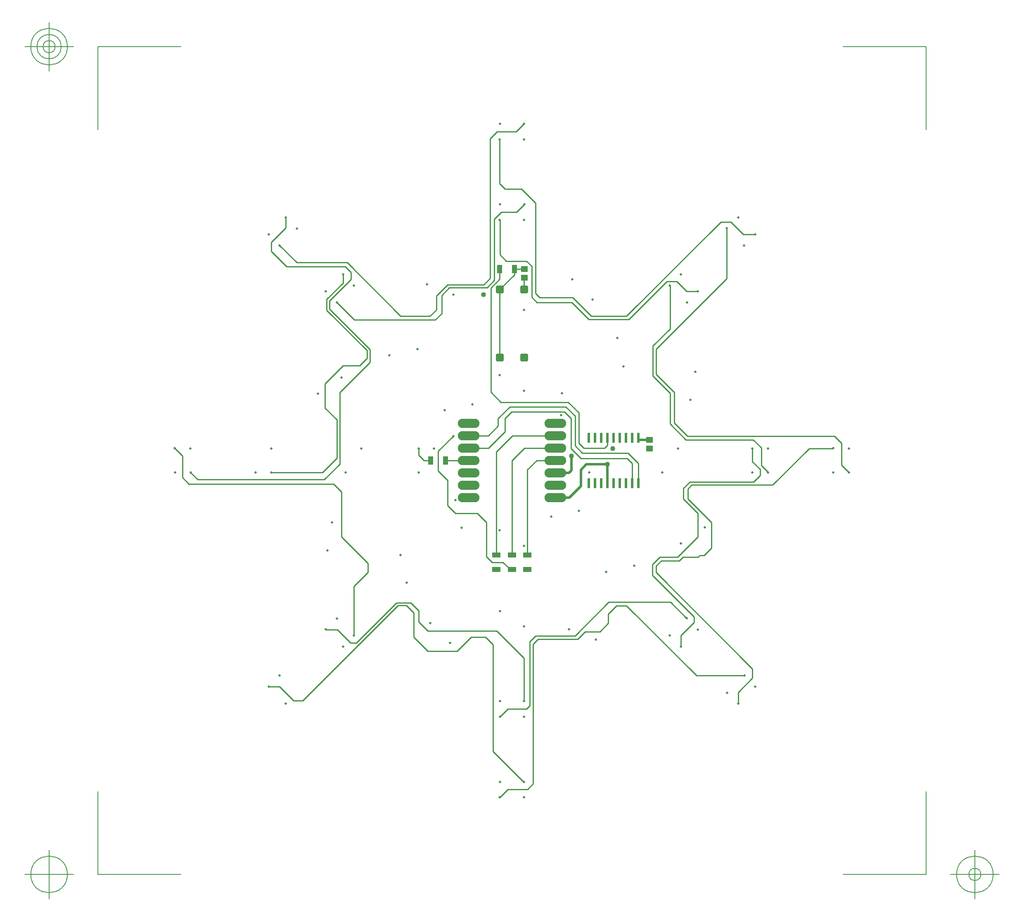
<source format=gbr>
G04 Generated by Ultiboard 14.1 *
%FSLAX24Y24*%
%MOIN*%

%ADD10C,0.0001*%
%ADD11C,0.0200*%
%ADD12C,0.0100*%
%ADD13C,0.0050*%
%ADD14C,0.0200*%
%ADD15C,0.0400*%
%ADD16O,0.1750X0.0750*%
%ADD17R,0.0236X0.0787*%
%ADD18R,0.0571X0.0453*%
%ADD19R,0.0689X0.0413*%
%ADD20R,0.0413X0.0689*%
%ADD21R,0.0430X0.0430*%


G04 ColorRGB 1C1C1C for the following layer *
%LNCopper Bottom*%
%LPD*%
G54D10*
G54D11*
X41040Y31509D02*
X41040Y33030D01*
X38900Y32580D02*
X39350Y33030D01*
X41040Y33030D01*
X37970Y30340D02*
X38900Y31270D01*
X38900Y32580D01*
X36830Y30340D02*
X37970Y30340D01*
X36830Y32340D02*
X37920Y32340D01*
X38130Y32550D01*
X38130Y33700D01*
X44440Y35006D02*
X43599Y35006D01*
G54D12*
X34310Y47155D02*
X34310Y48086D01*
X34320Y48096D01*
X13900Y32370D02*
X18040Y32370D01*
X19200Y33530D01*
X19200Y36620D01*
X18240Y37580D01*
X18240Y39550D01*
X19700Y41010D01*
X21020Y41010D01*
X19196Y46102D02*
X19208Y46102D01*
X20610Y44700D01*
X27150Y44700D01*
X27660Y45210D01*
X33700Y53400D02*
X34320Y54020D01*
X32360Y52770D02*
X32360Y49960D01*
X32870Y49450D01*
X34510Y49450D01*
X34920Y49040D01*
X47444Y46986D02*
X48348Y46986D01*
X54000Y32370D02*
X54000Y32390D01*
X53460Y32930D01*
X46085Y36305D02*
X46085Y38775D01*
X52750Y34310D02*
X52750Y33240D01*
X53360Y32630D01*
X47180Y31100D02*
X47180Y30220D01*
X48330Y29070D01*
X46976Y18312D02*
X46976Y19186D01*
X32990Y13280D02*
X32360Y12650D01*
X34300Y13900D02*
X34300Y17380D01*
X32110Y19570D01*
X19226Y19684D02*
X18312Y19684D01*
X20568Y19196D02*
X20568Y23178D01*
X21700Y24310D01*
X21700Y25040D01*
X19580Y27160D01*
X19580Y30800D01*
X18930Y31450D01*
X7250Y31450D01*
X6730Y31970D01*
X6730Y33710D01*
X6130Y34310D01*
X7380Y32370D02*
X7960Y31790D01*
X18170Y31790D01*
X19430Y33050D01*
X19684Y47684D02*
X19684Y48358D01*
X18380Y46380D02*
X19684Y47684D01*
X18380Y45470D02*
X18380Y46380D01*
X21620Y41610D02*
X21620Y42230D01*
X18380Y45470D01*
X21020Y41010D02*
X21620Y41610D01*
X19430Y33050D02*
X19430Y38820D01*
X21880Y41270D01*
X21880Y42290D01*
X18600Y45570D01*
X18600Y46250D01*
X20320Y47970D01*
X20320Y48530D01*
X19860Y48990D01*
X15140Y48990D01*
X13910Y50220D01*
X13910Y50970D01*
X15074Y52134D01*
X15074Y52968D01*
X14580Y50700D02*
X15960Y49320D01*
X20020Y49320D01*
X24350Y44990D01*
X26710Y44990D01*
X27220Y45500D01*
X27660Y46680D02*
X28280Y47300D01*
X27660Y45210D02*
X27660Y46680D01*
X32460Y53400D02*
X33700Y53400D01*
X31910Y52850D02*
X32460Y53400D01*
X31320Y47300D02*
X31910Y47890D01*
X31910Y52850D01*
X28280Y47300D02*
X31320Y47300D01*
X34920Y46530D02*
X35350Y46100D01*
X38180Y46100D01*
X34920Y49040D02*
X34920Y46530D01*
X27220Y46630D02*
X28130Y47540D01*
X27220Y45500D02*
X27220Y46630D01*
X28130Y47540D02*
X31060Y47540D01*
X31580Y48060D01*
X31580Y59350D01*
X32140Y59910D01*
X33680Y59910D01*
X34300Y60530D01*
X32350Y59280D02*
X32350Y55700D01*
X32770Y55280D01*
X34090Y55280D01*
X35220Y54150D01*
X35220Y46830D01*
X35560Y46490D01*
X38220Y46490D01*
X38180Y46100D02*
X39550Y44730D01*
X46620Y47810D02*
X47444Y46986D01*
X42760Y44730D02*
X45840Y47810D01*
X39550Y44730D02*
X42760Y44730D01*
X45840Y47810D02*
X46620Y47810D01*
X38220Y46490D02*
X39720Y44990D01*
X42580Y44990D01*
X50200Y52610D01*
X50990Y52610D01*
X52010Y51590D01*
X52960Y51590D01*
X46092Y43982D02*
X46092Y47474D01*
X46092Y43982D02*
X44700Y42590D01*
X46085Y38775D02*
X46090Y38770D01*
X44700Y42590D02*
X44700Y40160D01*
X46085Y38775D01*
X47380Y35010D02*
X46085Y36305D01*
X53460Y34360D02*
X52810Y35010D01*
X47380Y35010D01*
X53460Y32930D02*
X53460Y34360D01*
X50670Y52090D02*
X50670Y48050D01*
X44970Y42350D01*
X44970Y40290D01*
X46420Y38840D01*
X46420Y36380D01*
X47510Y35290D01*
X59370Y35290D01*
X59930Y34730D01*
X59930Y32960D01*
X60520Y32370D01*
X48330Y29070D02*
X48330Y27160D01*
X46700Y25530D01*
X45270Y25530D02*
X44660Y24920D01*
X46700Y25530D02*
X45270Y25530D01*
X44660Y24920D02*
X44660Y24080D01*
X48050Y20260D02*
X48050Y20690D01*
X44660Y24080D01*
X46976Y19186D02*
X48050Y20260D01*
X47690Y31610D02*
X47180Y31100D01*
X53360Y32120D02*
X52850Y31610D01*
X47690Y31610D01*
X53360Y32630D02*
X53360Y32120D01*
X59280Y34310D02*
X57330Y34310D01*
X54380Y31360D01*
X47850Y31360D01*
X47530Y31040D01*
X47530Y30240D01*
X49450Y28320D01*
X49450Y26280D01*
X48830Y25660D01*
X48480Y25660D01*
X48360Y25540D01*
X47140Y25540D01*
X46850Y25250D01*
X45390Y25250D01*
X44960Y24820D01*
X44960Y24300D01*
X52750Y16510D01*
X52750Y15770D01*
X51596Y14616D01*
X51596Y13702D01*
X34510Y13280D02*
X32990Y13280D01*
X34770Y13540D02*
X34510Y13280D01*
X47464Y20568D02*
X47450Y20568D01*
X46130Y21888D02*
X41138Y21888D01*
X46130Y21888D02*
X47450Y20568D01*
X41110Y20200D02*
X40420Y19510D01*
X39250Y19510D01*
X38640Y18900D01*
X35050Y7220D02*
X34610Y6780D01*
X33010Y6780D01*
X32360Y6130D01*
X41138Y21888D02*
X38420Y19170D01*
X35440Y18900D02*
X35050Y18510D01*
X38640Y18900D02*
X35440Y18900D01*
X35050Y18510D02*
X35050Y7220D01*
X35250Y19170D02*
X34770Y18690D01*
X34770Y13540D01*
X38420Y19170D02*
X35250Y19170D01*
X41110Y20940D02*
X41110Y20200D01*
X41780Y21610D02*
X41110Y20940D01*
X48222Y15958D02*
X42570Y21610D01*
X48222Y15958D02*
X52084Y15958D01*
X42570Y21610D02*
X41780Y21610D01*
X34300Y7380D02*
X34260Y7380D01*
X31790Y9850D01*
X31790Y18480D01*
X31200Y19070D01*
X30040Y19070D01*
X28910Y17940D01*
X26530Y17940D01*
X25400Y19070D01*
X20770Y18610D02*
X20300Y18610D01*
X24000Y21840D02*
X20770Y18610D01*
X20300Y18610D02*
X19226Y19684D01*
X26530Y19570D02*
X25800Y20300D01*
X32110Y19570D02*
X26530Y19570D01*
X25800Y21210D02*
X25170Y21840D01*
X25800Y20300D02*
X25800Y21210D01*
X25170Y21840D02*
X24000Y21840D01*
X25400Y19070D02*
X25400Y21030D01*
X24800Y21630D01*
X24150Y21630D01*
X16440Y13920D01*
X15710Y13920D01*
X14556Y15074D01*
X13702Y15074D01*
X43540Y31509D02*
X43540Y33100D01*
X42690Y33950D01*
X39000Y33950D01*
X38420Y34530D01*
X38420Y36940D01*
X37680Y37680D01*
X33160Y37680D01*
X32210Y36730D01*
X32210Y36120D01*
X31430Y35340D01*
X29830Y35340D01*
X36830Y33340D02*
X35320Y33340D01*
X34580Y32600D01*
X34580Y25701D01*
X36830Y34340D02*
X34330Y34340D01*
X33330Y33340D01*
X33330Y25701D01*
X43040Y31509D02*
X43040Y33100D01*
X42630Y33510D01*
X38900Y33510D02*
X42630Y33510D01*
X38900Y33510D02*
X38100Y34310D01*
X38100Y36730D01*
X37560Y37270D01*
X33300Y37270D02*
X37560Y37270D01*
X33300Y37270D02*
X32760Y36730D01*
X32760Y35670D01*
X31430Y34340D01*
X29830Y34340D01*
X36830Y35340D02*
X33380Y35340D01*
X32080Y34040D01*
X32080Y25701D01*
X29830Y33340D02*
X27961Y33340D01*
X32350Y47170D02*
X32350Y41645D01*
X32350Y47170D02*
X33531Y48351D01*
X33531Y48800D01*
X34316Y48800D01*
X32349Y48010D02*
X32349Y48800D01*
X31620Y47281D02*
X32349Y48010D01*
X31620Y38880D02*
X31620Y47281D01*
X32450Y38050D02*
X31620Y38880D01*
X37870Y38050D02*
X32450Y38050D01*
X38730Y37190D02*
X37870Y38050D01*
X38730Y34750D02*
X38730Y37190D01*
X39140Y34340D02*
X38730Y34750D01*
X40800Y34340D02*
X39140Y34340D01*
X41040Y34580D02*
X40800Y34340D01*
X41040Y35171D02*
X41040Y34580D01*
X27380Y34100D02*
X28590Y35310D01*
X27380Y32500D02*
X27380Y34100D01*
X28130Y31750D02*
X27380Y32500D01*
X28130Y29700D02*
X28130Y31750D01*
X28770Y29060D02*
X28130Y29700D01*
X30550Y29060D02*
X28770Y29060D01*
X31260Y28350D02*
X30550Y29060D01*
X31260Y25570D02*
X31260Y28350D01*
X31720Y25110D02*
X31260Y25570D01*
X32600Y25110D02*
X31720Y25110D01*
X33191Y24519D02*
X32600Y25110D01*
X33330Y24519D02*
X33191Y24519D01*
X26779Y33340D02*
X26240Y33340D01*
X25800Y33780D01*
X25800Y34310D01*
G54D13*
X-100Y-100D02*
X-100Y6587D01*
X-100Y-100D02*
X6586Y-100D01*
X66764Y-100D02*
X60078Y-100D01*
X66764Y-100D02*
X66764Y6587D01*
X66764Y66767D02*
X66764Y60080D01*
X66764Y66767D02*
X60078Y66767D01*
X-100Y66767D02*
X6586Y66767D01*
X-100Y66767D02*
X-100Y60080D01*
X-2069Y-100D02*
X-6006Y-100D01*
X-4037Y-2069D02*
X-4037Y1869D01*
X-5513Y-100D02*
G75*
D01*
G02X-5513Y-100I1476J0*
G01*
X68733Y-100D02*
X72670Y-100D01*
X70701Y-2069D02*
X70701Y1869D01*
X69225Y-100D02*
G75*
D01*
G02X69225Y-100I1476J0*
G01*
X70209Y-100D02*
G75*
D01*
G02X70209Y-100I492J0*
G01*
X-2069Y66767D02*
X-6006Y66767D01*
X-4037Y64798D02*
X-4037Y68735D01*
X-5513Y66767D02*
G75*
D01*
G02X-5513Y66767I1476J0*
G01*
X-5021Y66767D02*
G75*
D01*
G02X-5021Y66767I984J0*
G01*
X-4529Y66767D02*
G75*
D01*
G02X-4529Y66767I492J0*
G01*
G54D14*
X27890Y37410D03*
X32350Y40230D03*
X46740Y34310D03*
X48900Y27920D03*
X43210Y24820D03*
X48340Y19680D03*
X52970Y15080D03*
X15060Y13700D03*
X18420Y26080D03*
X17660Y38730D03*
X26470Y47580D03*
X41840Y43230D03*
X38212Y47973D03*
X60530Y34310D03*
X19900Y32370D03*
X28350Y18590D03*
X38740Y29270D03*
X29270Y27900D03*
X32360Y60530D03*
X32360Y54020D03*
X39580Y32370D03*
X51586Y52968D03*
X34095Y41430D02*
X34525Y41430D01*
X34525Y41860D01*
X34095Y41860D01*
X34095Y41430D01*D02*
X34095Y46940D02*
X34525Y46940D01*
X34525Y47370D01*
X34095Y47370D01*
X34095Y46940D01*D02*
X32135Y41430D02*
X32565Y41430D01*
X32565Y41860D01*
X32135Y41860D01*
X32135Y41430D01*D02*
X32135Y46940D02*
X32565Y46940D01*
X32565Y47370D01*
X32135Y47370D01*
X32135Y46940D01*D02*
X32350Y59280D03*
X52960Y51590D03*
X14580Y50700D03*
X34300Y60530D03*
X50670Y52090D03*
X60520Y32370D03*
X59270Y34320D03*
X51590Y13700D03*
X52090Y15960D03*
X32340Y6120D03*
X40040Y35170D03*
X52750Y34310D03*
X46980Y18310D03*
X40540Y35170D03*
X39540Y35170D03*
X25805Y32370D03*
X37376Y38768D03*
X34300Y26440D03*
X23442Y41846D03*
X48146Y40517D03*
X40109Y18875D03*
X34300Y19920D03*
X24824Y23452D03*
X12650Y32370D03*
X18312Y46986D03*
X46976Y48358D03*
X54000Y34310D03*
X34300Y12650D03*
X19684Y18312D03*
X6130Y32370D03*
X13702Y51596D03*
X34300Y6130D03*
X47450Y20590D03*
X32360Y12650D03*
X7390Y32360D03*
X15070Y52970D03*
X34290Y7380D03*
X13690Y15080D03*
X20560Y19210D03*
X6110Y34330D03*
X34290Y13910D03*
X18290Y19690D03*
X28590Y35310D03*
X34580Y24520D03*
X32080Y24520D03*
X25800Y34310D03*
X13910Y32370D03*
X19690Y48360D03*
X19190Y46100D03*
X34320Y54020D03*
X32340Y52770D03*
X48350Y46990D03*
X46080Y47480D03*
X54000Y32360D03*
X36120Y31360D03*
X36420Y31370D03*
X37050Y31370D03*
X36730Y31370D03*
X27050Y34310D03*
X30140Y37880D03*
X34290Y38980D03*
X37300Y37000D03*
X36490Y28790D03*
X32350Y27690D03*
X28770Y30150D03*
X21160Y34300D03*
X19560Y40030D03*
X25700Y42330D03*
X28610Y46740D03*
X34290Y45490D03*
X39850Y46340D03*
X42320Y40950D03*
X47750Y38240D03*
X45470Y32370D03*
X46980Y26630D03*
X40950Y24350D03*
X37940Y19690D03*
X32360Y21170D03*
X26720Y20210D03*
X24340Y25700D03*
X18810Y28320D03*
X13900Y34310D03*
X20560Y47470D03*
X34300Y52780D03*
X47460Y46100D03*
X52750Y32370D03*
X46080Y19200D03*
X32360Y13900D03*
X19200Y20570D03*
X7380Y34310D03*
X15960Y52080D03*
X34300Y59280D03*
X52070Y50700D03*
X59280Y32380D03*
X50700Y14570D03*
X32360Y7380D03*
X14580Y15960D03*
X34310Y41645D03*
X34320Y48096D03*
X39540Y31760D03*
X44440Y34297D03*
X42540Y31510D03*
X42040Y31500D03*
X41540Y31500D03*
G54D15*
X41460Y34310D03*
X31050Y46750D03*
X38130Y33700D03*
X41040Y33030D03*
X44430Y35010D03*
G54D16*
X29830Y30340D03*
X36830Y30340D03*
X29830Y31340D03*
X36830Y31340D03*
X29830Y32340D03*
X36830Y32340D03*
X29830Y33340D03*
X36830Y33340D03*
X29830Y34340D03*
X36830Y34340D03*
X29830Y35340D03*
X36830Y35340D03*
X29830Y36340D03*
X36830Y36340D03*
G54D17*
X39540Y31509D03*
X40040Y31509D03*
X41040Y31509D03*
X40540Y31509D03*
X41540Y31509D03*
X42040Y31509D03*
X42540Y31509D03*
X43040Y31509D03*
X43540Y31509D03*
X39540Y35171D03*
X40040Y35171D03*
X40540Y35171D03*
X41040Y35171D03*
X41540Y35171D03*
X42040Y35171D03*
X42540Y35171D03*
X43040Y35171D03*
X43540Y35171D03*
G54D18*
X44440Y34297D03*
X44440Y35006D03*
X34320Y48096D03*
X34320Y48804D03*
G54D19*
X32080Y24519D03*
X32080Y25701D03*
X33330Y24519D03*
X33330Y25701D03*
X34580Y24519D03*
X34580Y25701D03*
G54D20*
X26779Y33340D03*
X27961Y33340D03*
X32349Y48800D03*
X33531Y48800D03*
G54D21*
X34310Y41645D03*
X34310Y47155D03*
X32350Y41645D03*
X32350Y47155D03*

M02*

</source>
